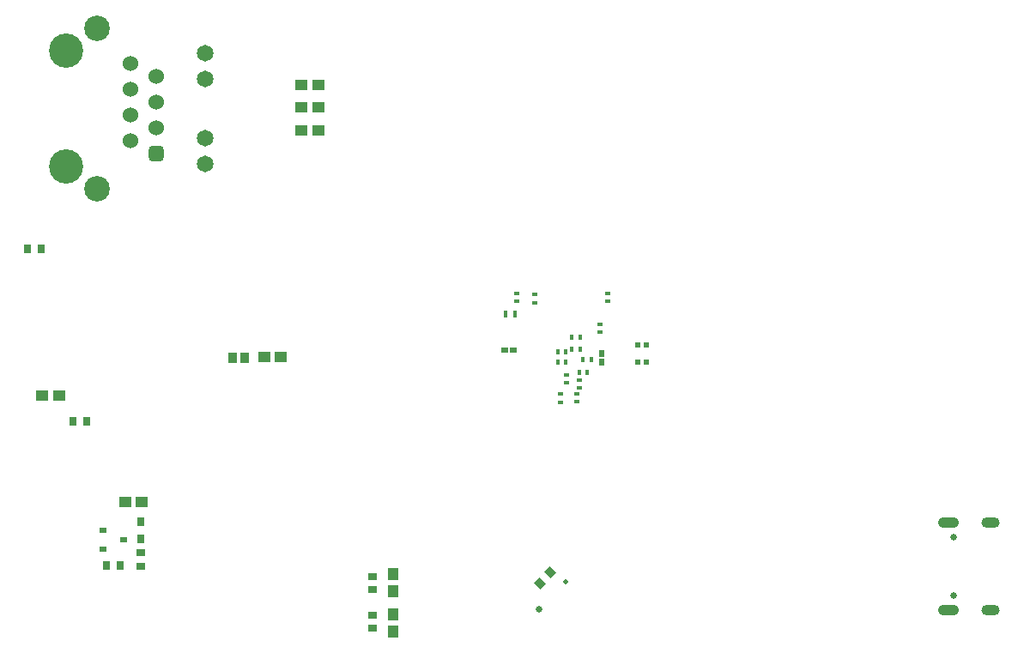
<source format=gbs>
G04*
G04 #@! TF.GenerationSoftware,Altium Limited,Altium Designer,24.0.1 (36)*
G04*
G04 Layer_Color=16711935*
%FSLAX44Y44*%
%MOMM*%
G71*
G04*
G04 #@! TF.SameCoordinates,043D453D-7082-4CC0-88CE-E1747F565096*
G04*
G04*
G04 #@! TF.FilePolarity,Negative*
G04*
G01*
G75*
%ADD26R,0.6587X0.8121*%
%ADD55R,1.1581X1.0121*%
%ADD56R,1.0121X1.1581*%
%ADD57R,0.8121X0.7581*%
%ADD60R,0.6153X0.5725*%
%ADD78R,0.8121X0.6587*%
%ADD84R,0.8000X0.9000*%
%ADD86R,0.8770X0.9770*%
%ADD124C,2.5270*%
%ADD125C,3.3770*%
G04:AMPARAMS|DCode=126|XSize=1.527mm|YSize=1.527mm|CornerRadius=0.4135mm|HoleSize=0mm|Usage=FLASHONLY|Rotation=90.000|XOffset=0mm|YOffset=0mm|HoleType=Round|Shape=RoundedRectangle|*
%AMROUNDEDRECTD126*
21,1,1.5270,0.7000,0,0,90.0*
21,1,0.7000,1.5270,0,0,90.0*
1,1,0.8270,0.3500,0.3500*
1,1,0.8270,0.3500,-0.3500*
1,1,0.8270,-0.3500,-0.3500*
1,1,0.8270,-0.3500,0.3500*
%
%ADD126ROUNDEDRECTD126*%
%ADD127C,1.5270*%
%ADD128C,1.6470*%
%ADD129C,0.5020*%
%ADD130C,0.6520*%
%ADD131C,0.6500*%
G04:AMPARAMS|DCode=132|XSize=1mm|YSize=2.1mm|CornerRadius=0.5mm|HoleSize=0mm|Usage=FLASHONLY|Rotation=90.000|XOffset=0mm|YOffset=0mm|HoleType=Round|Shape=RoundedRectangle|*
%AMROUNDEDRECTD132*
21,1,1.0000,1.1000,0,0,90.0*
21,1,0.0000,2.1000,0,0,90.0*
1,1,1.0000,0.5500,0.0000*
1,1,1.0000,0.5500,0.0000*
1,1,1.0000,-0.5500,0.0000*
1,1,1.0000,-0.5500,0.0000*
%
%ADD132ROUNDEDRECTD132*%
G04:AMPARAMS|DCode=133|XSize=1mm|YSize=1.8mm|CornerRadius=0.5mm|HoleSize=0mm|Usage=FLASHONLY|Rotation=90.000|XOffset=0mm|YOffset=0mm|HoleType=Round|Shape=RoundedRectangle|*
%AMROUNDEDRECTD133*
21,1,1.0000,0.8000,0,0,90.0*
21,1,0.0000,1.8000,0,0,90.0*
1,1,1.0000,0.4000,0.0000*
1,1,1.0000,0.4000,0.0000*
1,1,1.0000,-0.4000,0.0000*
1,1,1.0000,-0.4000,0.0000*
%
%ADD133ROUNDEDRECTD133*%
G04:AMPARAMS|DCode=167|XSize=0.8mm|YSize=0.9mm|CornerRadius=0mm|HoleSize=0mm|Usage=FLASHONLY|Rotation=45.000|XOffset=0mm|YOffset=0mm|HoleType=Round|Shape=Rectangle|*
%AMROTATEDRECTD167*
4,1,4,0.0354,-0.6010,-0.6010,0.0354,-0.0354,0.6010,0.6010,-0.0354,0.0354,-0.6010,0.0*
%
%ADD167ROTATEDRECTD167*%

%ADD168R,0.5000X0.4000*%
%ADD169R,0.4000X0.5000*%
%ADD170R,0.4500X0.6750*%
%ADD171R,0.8000X0.6000*%
%ADD172R,0.6596X0.6158*%
%ADD173R,0.6158X0.6596*%
D26*
X184586Y236220D02*
D03*
X198120D02*
D03*
X107116Y548640D02*
D03*
X120650D02*
D03*
X165517Y378460D02*
D03*
X151983D02*
D03*
D55*
X121270Y403860D02*
D03*
X137810D02*
D03*
X393700Y688340D02*
D03*
X377160D02*
D03*
X393730Y665480D02*
D03*
X377190D02*
D03*
X393700Y709930D02*
D03*
X377160D02*
D03*
X219710Y298450D02*
D03*
X203170D02*
D03*
X356870Y441960D02*
D03*
X340330D02*
D03*
D56*
X467360Y170800D02*
D03*
Y187340D02*
D03*
Y210820D02*
D03*
Y227360D02*
D03*
D57*
X447040Y174070D02*
D03*
Y186610D02*
D03*
Y212170D02*
D03*
Y224710D02*
D03*
D60*
X708660Y436880D02*
D03*
X717231D02*
D03*
X708660Y453390D02*
D03*
X717231D02*
D03*
D78*
X218440Y248920D02*
D03*
Y235386D02*
D03*
D84*
Y279010D02*
D03*
Y262010D02*
D03*
D86*
X309310Y440690D02*
D03*
X321310D02*
D03*
D124*
X175831Y766070D02*
D03*
Y608070D02*
D03*
D125*
X145331Y744220D02*
D03*
Y629920D02*
D03*
D126*
X234231Y642620D02*
D03*
D127*
Y668020D02*
D03*
Y693420D02*
D03*
Y718820D02*
D03*
X208831Y731520D02*
D03*
Y706120D02*
D03*
Y680720D02*
D03*
Y655320D02*
D03*
D128*
X282531Y632420D02*
D03*
Y741720D02*
D03*
Y657820D02*
D03*
Y716320D02*
D03*
D129*
X638070Y220131D02*
D03*
D130*
X611200Y193261D02*
D03*
D131*
X1020060Y263850D02*
D03*
Y206050D02*
D03*
D132*
X1015060Y278150D02*
D03*
Y191750D02*
D03*
D133*
X1056860Y278150D02*
D03*
Y191750D02*
D03*
D167*
X612140Y218440D02*
D03*
X622747Y229047D02*
D03*
D168*
X651510Y411100D02*
D03*
Y419100D02*
D03*
X648970Y397320D02*
D03*
Y405320D02*
D03*
X589280Y504380D02*
D03*
Y496380D02*
D03*
X632460Y397130D02*
D03*
Y405130D02*
D03*
X607060Y503300D02*
D03*
Y495300D02*
D03*
X671830Y473900D02*
D03*
Y465900D02*
D03*
X679450Y496570D02*
D03*
Y504570D02*
D03*
X638810Y416370D02*
D03*
Y424370D02*
D03*
D169*
X643890Y461010D02*
D03*
X651890D02*
D03*
X643890Y449580D02*
D03*
X651890D02*
D03*
X629730Y436880D02*
D03*
X637730D02*
D03*
X659130Y426720D02*
D03*
X651130D02*
D03*
X629920Y447040D02*
D03*
X637920D02*
D03*
X662940Y439420D02*
D03*
X654940D02*
D03*
D170*
X588010Y483870D02*
D03*
X578760D02*
D03*
D171*
X181670Y252120D02*
D03*
Y271120D02*
D03*
X201870Y261620D02*
D03*
D172*
X577397Y448310D02*
D03*
X585922D02*
D03*
D173*
X673100Y444953D02*
D03*
Y436427D02*
D03*
M02*

</source>
